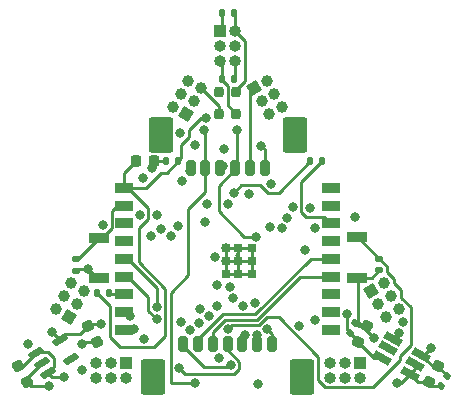
<source format=gbr>
%TF.GenerationSoftware,KiCad,Pcbnew,7.0.0-da2b9df05c~163~ubuntu22.04.1*%
%TF.CreationDate,2023-02-18T04:30:46+03:00*%
%TF.ProjectId,freeeeg16-alpha,66726565-6565-4673-9136-2d616c706861,rev?*%
%TF.SameCoordinates,Original*%
%TF.FileFunction,Copper,L1,Top*%
%TF.FilePolarity,Positive*%
%FSLAX46Y46*%
G04 Gerber Fmt 4.6, Leading zero omitted, Abs format (unit mm)*
G04 Created by KiCad (PCBNEW 7.0.0-da2b9df05c~163~ubuntu22.04.1) date 2023-02-18 04:30:46*
%MOMM*%
%LPD*%
G01*
G04 APERTURE LIST*
G04 Aperture macros list*
%AMRoundRect*
0 Rectangle with rounded corners*
0 $1 Rounding radius*
0 $2 $3 $4 $5 $6 $7 $8 $9 X,Y pos of 4 corners*
0 Add a 4 corners polygon primitive as box body*
4,1,4,$2,$3,$4,$5,$6,$7,$8,$9,$2,$3,0*
0 Add four circle primitives for the rounded corners*
1,1,$1+$1,$2,$3*
1,1,$1+$1,$4,$5*
1,1,$1+$1,$6,$7*
1,1,$1+$1,$8,$9*
0 Add four rect primitives between the rounded corners*
20,1,$1+$1,$2,$3,$4,$5,0*
20,1,$1+$1,$4,$5,$6,$7,0*
20,1,$1+$1,$6,$7,$8,$9,0*
20,1,$1+$1,$8,$9,$2,$3,0*%
%AMHorizOval*
0 Thick line with rounded ends*
0 $1 width*
0 $2 $3 position (X,Y) of the first rounded end (center of the circle)*
0 $4 $5 position (X,Y) of the second rounded end (center of the circle)*
0 Add line between two ends*
20,1,$1,$2,$3,$4,$5,0*
0 Add two circle primitives to create the rounded ends*
1,1,$1,$2,$3*
1,1,$1,$4,$5*%
%AMRotRect*
0 Rectangle, with rotation*
0 The origin of the aperture is its center*
0 $1 length*
0 $2 width*
0 $3 Rotation angle, in degrees counterclockwise*
0 Add horizontal line*
21,1,$1,$2,0,0,$3*%
G04 Aperture macros list end*
%TA.AperFunction,SMDPad,CuDef*%
%ADD10R,1.700000X0.900000*%
%TD*%
%TA.AperFunction,SMDPad,CuDef*%
%ADD11RoundRect,0.135000X0.135000X0.185000X-0.135000X0.185000X-0.135000X-0.185000X0.135000X-0.185000X0*%
%TD*%
%TA.AperFunction,SMDPad,CuDef*%
%ADD12RoundRect,0.140000X0.170000X-0.140000X0.170000X0.140000X-0.170000X0.140000X-0.170000X-0.140000X0*%
%TD*%
%TA.AperFunction,SMDPad,CuDef*%
%ADD13RoundRect,0.140000X0.140000X0.170000X-0.140000X0.170000X-0.140000X-0.170000X0.140000X-0.170000X0*%
%TD*%
%TA.AperFunction,SMDPad,CuDef*%
%ADD14RoundRect,0.225000X-0.225000X-0.250000X0.225000X-0.250000X0.225000X0.250000X-0.225000X0.250000X0*%
%TD*%
%TA.AperFunction,SMDPad,CuDef*%
%ADD15RoundRect,0.225000X-0.329006X0.069856X-0.104006X-0.319856X0.329006X-0.069856X0.104006X0.319856X0*%
%TD*%
%TA.AperFunction,SMDPad,CuDef*%
%ADD16RotRect,1.560000X0.650000X150.000000*%
%TD*%
%TA.AperFunction,SMDPad,CuDef*%
%ADD17RoundRect,0.225000X0.104006X-0.319856X0.329006X0.069856X-0.104006X0.319856X-0.329006X-0.069856X0*%
%TD*%
%TA.AperFunction,SMDPad,CuDef*%
%ADD18RoundRect,0.140000X-0.077224X0.206244X-0.217224X-0.036244X0.077224X-0.206244X0.217224X0.036244X0*%
%TD*%
%TA.AperFunction,ComponentPad*%
%ADD19R,1.000000X1.000000*%
%TD*%
%TA.AperFunction,ComponentPad*%
%ADD20O,1.000000X1.000000*%
%TD*%
%TA.AperFunction,SMDPad,CuDef*%
%ADD21RoundRect,0.135000X-0.135000X-0.185000X0.135000X-0.185000X0.135000X0.185000X-0.135000X0.185000X0*%
%TD*%
%TA.AperFunction,SMDPad,CuDef*%
%ADD22RoundRect,0.150000X-0.368838X-0.386154X0.518838X0.126346X0.368838X0.386154X-0.518838X-0.126346X0*%
%TD*%
%TA.AperFunction,SMDPad,CuDef*%
%ADD23RoundRect,0.140000X0.077224X-0.206244X0.217224X0.036244X-0.077224X0.206244X-0.217224X-0.036244X0*%
%TD*%
%TA.AperFunction,SMDPad,CuDef*%
%ADD24RoundRect,0.200000X-0.200000X-0.450000X0.200000X-0.450000X0.200000X0.450000X-0.200000X0.450000X0*%
%TD*%
%TA.AperFunction,SMDPad,CuDef*%
%ADD25RoundRect,0.250001X-0.799999X-1.249999X0.799999X-1.249999X0.799999X1.249999X-0.799999X1.249999X0*%
%TD*%
%TA.AperFunction,SMDPad,CuDef*%
%ADD26RoundRect,0.200000X0.200000X0.450000X-0.200000X0.450000X-0.200000X-0.450000X0.200000X-0.450000X0*%
%TD*%
%TA.AperFunction,SMDPad,CuDef*%
%ADD27RoundRect,0.250001X0.799999X1.249999X-0.799999X1.249999X-0.799999X-1.249999X0.799999X-1.249999X0*%
%TD*%
%TA.AperFunction,SMDPad,CuDef*%
%ADD28RoundRect,0.225000X-0.104006X0.319856X-0.329006X-0.069856X0.104006X-0.319856X0.329006X0.069856X0*%
%TD*%
%TA.AperFunction,SMDPad,CuDef*%
%ADD29RoundRect,0.200000X-0.200000X-0.250000X0.200000X-0.250000X0.200000X0.250000X-0.200000X0.250000X0*%
%TD*%
%TA.AperFunction,SMDPad,CuDef*%
%ADD30R,1.500000X0.900000*%
%TD*%
%TA.AperFunction,SMDPad,CuDef*%
%ADD31R,0.700000X0.700000*%
%TD*%
%TA.AperFunction,ComponentPad*%
%ADD32RotRect,1.000000X1.000000X210.000000*%
%TD*%
%TA.AperFunction,ComponentPad*%
%ADD33HorizOval,1.000000X0.000000X0.000000X0.000000X0.000000X0*%
%TD*%
%TA.AperFunction,ComponentPad*%
%ADD34HorizOval,1.000000X0.000000X0.000000X0.000000X0.000000X0*%
%TD*%
%TA.AperFunction,ComponentPad*%
%ADD35RotRect,1.000000X1.000000X330.000000*%
%TD*%
%TA.AperFunction,ViaPad*%
%ADD36C,0.800000*%
%TD*%
%TA.AperFunction,Conductor*%
%ADD37C,0.250000*%
%TD*%
G04 APERTURE END LIST*
D10*
%TO.P,SW4,1,1*%
%TO.N,3V3_2_GND*%
X-10921999Y-1875999D03*
%TO.P,SW4,2,2*%
%TO.N,RADIO_2_EN*%
X-10921999Y1523999D03*
%TD*%
%TO.P,SW3,2,2*%
%TO.N,RADIO_8_GPIO9*%
X10921999Y1572999D03*
%TO.P,SW3,1,1*%
%TO.N,3V3_2_GND*%
X10921999Y-1826999D03*
%TD*%
D11*
%TO.P,R9,1*%
%TO.N,RADIO_16_GPIO2*%
X8003000Y8001000D03*
%TO.P,R9,2*%
%TO.N,3V3_5_OUT*%
X6983000Y8001000D03*
%TD*%
%TO.P,R7,1*%
%TO.N,RADIO_7_GPIO8*%
X-10033000Y-3175000D03*
%TO.P,R7,2*%
%TO.N,3V3_5_OUT*%
X-11053000Y-3175000D03*
%TD*%
D12*
%TO.P,C41,1*%
%TO.N,3V3_2_GND*%
X12827000Y-1214000D03*
%TO.P,C41,2*%
%TO.N,RADIO_8_GPIO9*%
X12827000Y-254000D03*
%TD*%
%TO.P,C39,1*%
%TO.N,3V3_2_GND*%
X-12827000Y-1242000D03*
%TO.P,C39,2*%
%TO.N,RADIO_2_EN*%
X-12827000Y-282000D03*
%TD*%
D13*
%TO.P,C38,1*%
%TO.N,3V3_5_OUT*%
X-4219000Y8001000D03*
%TO.P,C38,2*%
%TO.N,3V3_2_GND*%
X-5179000Y8001000D03*
%TD*%
D14*
%TO.P,C37,1*%
%TO.N,3V3_5_OUT*%
X-7760000Y8001000D03*
%TO.P,C37,2*%
%TO.N,3V3_2_GND*%
X-6210000Y8001000D03*
%TD*%
D15*
%TO.P,C14,1*%
%TO.N,3V3_1_IN*%
X-17786500Y-9361830D03*
%TO.P,C14,2*%
%TO.N,3V3_2_GND*%
X-17011500Y-10704170D03*
%TD*%
%TO.P,C15,1*%
%TO.N,ACC_5_VDDIO*%
X-11817500Y-5932830D03*
%TO.P,C15,2*%
%TO.N,3V3_2_GND*%
X-11042500Y-7275170D03*
%TD*%
D16*
%TO.P,U13,1,GND*%
%TO.N,3V3_2_GND*%
X15426133Y-10006723D03*
%TO.P,U13,2,GND*%
X15901133Y-9183999D03*
%TO.P,U13,3,EN*%
%TO.N,ADC1_15_AVDD*%
X16376133Y-8361275D03*
%TO.P,U13,4,VIN*%
X14037865Y-7011275D03*
%TO.P,U13,5,NR*%
%TO.N,/vref1/5_NR*%
X13562865Y-7833999D03*
%TO.P,U13,6,VREF*%
%TO.N,ADC1_14_REFIN*%
X13087865Y-8656723D03*
%TD*%
D17*
%TO.P,C29,1*%
%TO.N,ADC1_14_REFIN*%
X11042500Y-7275170D03*
%TO.P,C29,2*%
%TO.N,3V3_2_GND*%
X11817500Y-5932830D03*
%TD*%
D18*
%TO.P,C26,1*%
%TO.N,ADC1_15_AVDD*%
X18553400Y-10150708D03*
%TO.P,C26,2*%
%TO.N,3V3_2_GND*%
X18073400Y-10982092D03*
%TD*%
D19*
%TO.P,J1,1,Pin_1*%
%TO.N,ACC_5_VDDIO*%
X-624999Y19054999D03*
D20*
%TO.P,J1,2,Pin_2*%
%TO.N,CRYSTAL_4_Vin*%
X644999Y19054999D03*
%TO.P,J1,3,Pin_3*%
%TO.N,MCU_18_PB0_ADC1_SYNC{slash}RESET*%
X-624999Y17784999D03*
%TO.P,J1,4,Pin_4*%
%TO.N,ADC1_16_SYNC{slash}RESET*%
X644999Y17784999D03*
%TO.P,J1,5,Pin_5*%
%TO.N,CRYSTAL_3_OUT*%
X-624999Y16514999D03*
%TO.P,J1,6,Pin_6*%
%TO.N,MCU_5_PDO0_RCC_OSC_IN*%
X644999Y16514999D03*
%TD*%
D21*
%TO.P,R4,1*%
%TO.N,CRYSTAL_3_OUT*%
X-510000Y14986000D03*
%TO.P,R4,2*%
%TO.N,MCU_5_PDO0_RCC_OSC_IN*%
X510000Y14986000D03*
%TD*%
D22*
%TO.P,U5,1,IN*%
%TO.N,3V3_1_IN*%
X-16192104Y-8255026D03*
%TO.P,U5,2,GND*%
%TO.N,3V3_2_GND*%
X-15717104Y-9077750D03*
%TO.P,U5,3,EN*%
%TO.N,3V3_1_IN*%
X-15242104Y-9900474D03*
%TO.P,U5,4,N/C*%
%TO.N,unconnected-(U5-N{slash}C-Pad4)*%
X-13271896Y-8762974D03*
%TO.P,U5,5,OUT*%
%TO.N,ACC_5_VDDIO*%
X-14221896Y-7117526D03*
%TD*%
D23*
%TO.P,C28,1*%
%TO.N,ADC1_14_REFIN*%
X10326400Y-6486292D03*
%TO.P,C28,2*%
%TO.N,3V3_2_GND*%
X10806400Y-5654908D03*
%TD*%
D24*
%TO.P,J5,1,Pin_1*%
%TO.N,3V3_2_GND*%
X-3750000Y-7471000D03*
%TO.P,J5,2,Pin_2*%
%TO.N,RADIO_14_GPIO19{slash}USB_D+*%
X-2500000Y-7471000D03*
%TO.P,J5,3,Pin_3*%
%TO.N,RADIO_13_GPIO18{slash}USB_D-*%
X-1250000Y-7471000D03*
%TO.P,J5,4,Pin_4*%
%TO.N,MCU_7_NRST*%
X0Y-7471000D03*
%TO.P,J5,5,Pin_5*%
%TO.N,MCU_34_PA13_SYS_JTMS-SWDIO*%
X1250000Y-7471000D03*
%TO.P,J5,6,Pin_6*%
%TO.N,MCU_37_PA14_SYS_JTCK-SWCLK*%
X2500000Y-7471000D03*
%TO.P,J5,7,Pin_7*%
%TO.N,MCU_38_PA15_SYS_JTDI*%
X3750000Y-7471000D03*
D25*
%TO.P,J5,MP*%
%TO.N,N/C*%
X-6300000Y-10221000D03*
X6300000Y-10221000D03*
%TD*%
D26*
%TO.P,J6,1,Pin_1*%
%TO.N,3V3_2_GND*%
X3125000Y7471000D03*
%TO.P,J6,2,Pin_2*%
%TO.N,ADC1_02_AIN2N*%
X1875000Y7471000D03*
%TO.P,J6,3,Pin_3*%
%TO.N,ADC1_16_SYNC{slash}RESET*%
X625000Y7471000D03*
%TO.P,J6,4,Pin_4*%
%TO.N,ADC1_14_REFIN*%
X-625000Y7471000D03*
%TO.P,J6,5,Pin_5*%
%TO.N,MCU_5_PDO0_RCC_OSC_IN*%
X-1875000Y7471000D03*
%TO.P,J6,6,Pin_6*%
%TO.N,3V3_1_IN*%
X-3125000Y7471000D03*
D27*
%TO.P,J6,MP*%
%TO.N,N/C*%
X5675000Y10221000D03*
X-5675000Y10221000D03*
%TD*%
D28*
%TO.P,C27,1*%
%TO.N,ADC1_15_AVDD*%
X17786500Y-9361830D03*
%TO.P,C27,2*%
%TO.N,3V3_2_GND*%
X17011500Y-10704170D03*
%TD*%
D21*
%TO.P,R1,1*%
%TO.N,ACC_5_VDDIO*%
X-492000Y20574000D03*
%TO.P,R1,2*%
%TO.N,CRYSTAL_4_Vin*%
X528000Y20574000D03*
%TD*%
D29*
%TO.P,U2,1,NC*%
%TO.N,/CRYSTAL/1_NC*%
X-725000Y13879000D03*
%TO.P,U2,2,GND*%
%TO.N,3V3_2_GND*%
X-725000Y12029000D03*
%TO.P,U2,3,OUT*%
%TO.N,CRYSTAL_3_OUT*%
X725000Y12029000D03*
%TO.P,U2,4,Vin*%
%TO.N,CRYSTAL_4_Vin*%
X725000Y13879000D03*
%TD*%
D30*
%TO.P,U9,1,3V3*%
%TO.N,3V3_5_OUT*%
X-8749999Y5749999D03*
%TO.P,U9,2,EN/CHIP_PU*%
%TO.N,RADIO_2_EN*%
X-8749999Y4249999D03*
%TO.P,U9,3,GPIO4/ADC1_CH4*%
%TO.N,/RADIO/3_GPIO4*%
X-8749999Y2749999D03*
%TO.P,U9,4,GPIO5/ADC2_CH0*%
%TO.N,/RADIO/4_GPIO5*%
X-8749999Y1249999D03*
%TO.P,U9,5,GPIO6*%
%TO.N,MCU_13_PA3_USART2_RX*%
X-8749999Y-249999D03*
%TO.P,U9,6,GPIO7*%
%TO.N,MCU_12_PA2_USART2_TX*%
X-8749999Y-1749999D03*
%TO.P,U9,7,GPIO8*%
%TO.N,RADIO_7_GPIO8*%
X-8749999Y-3249999D03*
%TO.P,U9,8,GPIO9*%
%TO.N,RADIO_8_GPIO9*%
X-8749999Y-4749999D03*
%TO.P,U9,9,GND*%
%TO.N,3V3_2_GND*%
X-8749999Y-6249999D03*
%TO.P,U9,10,GPIO10*%
%TO.N,/RADIO/10_GPIO10*%
X8749999Y-6249999D03*
%TO.P,U9,11,GPIO20/U0RXD*%
%TO.N,/RADIO/11_GPIO20*%
X8749999Y-4749999D03*
%TO.P,U9,12,GPIO21/U0TXD*%
%TO.N,/RADIO/12_GPIO21*%
X8749999Y-3249999D03*
%TO.P,U9,13,GPIO18/USB_D-*%
%TO.N,RADIO_13_GPIO18{slash}USB_D-*%
X8749999Y-1749999D03*
%TO.P,U9,14,GPIO19/USB_D+*%
%TO.N,RADIO_14_GPIO19{slash}USB_D+*%
X8749999Y-249999D03*
%TO.P,U9,15,GPIO3/ADC1_CH3*%
%TO.N,/RADIO/15_GPIO3*%
X8749999Y1249999D03*
%TO.P,U9,16,GPIO2/ADC1_CH2*%
%TO.N,RADIO_16_GPIO2*%
X8749999Y2749999D03*
%TO.P,U9,17,GPIO1/ADC1_CH1/XTAL_32K_N*%
%TO.N,/RADIO/17_GPIO1*%
X8749999Y4249999D03*
%TO.P,U9,18,GPIO0/ADC1_CH0/XTAL_32K_P*%
%TO.N,/RADIO/18_GPIO0*%
X8749999Y5749999D03*
D31*
%TO.P,U9,19,GND*%
%TO.N,3V3_2_GND*%
X-139999Y649999D03*
X-139999Y-449999D03*
X-139999Y-1549999D03*
X909999Y649999D03*
X909999Y-449999D03*
X909999Y-1549999D03*
X2059999Y649999D03*
X2059999Y-449999D03*
X2059999Y-1549999D03*
%TD*%
D19*
%TO.P,J29,1,Pin_1*%
%TO.N,ADC2_08_AIN5P*%
X11167947Y-9026999D03*
D20*
%TO.P,J29,2,Pin_2*%
X11167947Y-10296999D03*
%TO.P,J29,3,Pin_3*%
%TO.N,ADC2_09_AIN6P*%
X9897947Y-9026999D03*
%TO.P,J29,4,Pin_4*%
X9897947Y-10296999D03*
%TO.P,J29,5,Pin_5*%
%TO.N,ADC2_12_AIN7P*%
X8627947Y-9026999D03*
%TO.P,J29,6,Pin_6*%
X8627947Y-10296999D03*
%TD*%
D19*
%TO.P,J28,1,Pin_1*%
%TO.N,ADC1_29_AIN0P*%
X-8630999Y-9026999D03*
D20*
%TO.P,J28,2,Pin_2*%
X-8630999Y-10296999D03*
%TO.P,J28,3,Pin_3*%
%TO.N,ADC1_32_AIN1P*%
X-9900999Y-9026999D03*
%TO.P,J28,4,Pin_4*%
X-9900999Y-10296999D03*
%TO.P,J28,5,Pin_5*%
%TO.N,ADC1_01_AIN2P*%
X-11170999Y-9026999D03*
%TO.P,J28,6,Pin_6*%
X-11170999Y-10296999D03*
%TD*%
D32*
%TO.P,J31,1,Pin_1*%
%TO.N,ADC2_01_AIN2P*%
X12133110Y-2961164D03*
D33*
%TO.P,J31,2,Pin_2*%
X13232962Y-2326164D03*
%TO.P,J31,3,Pin_3*%
%TO.N,ADC2_04_AIN3P*%
X12768110Y-4061016D03*
%TO.P,J31,4,Pin_4*%
X13867962Y-3426016D03*
%TO.P,J31,5,Pin_5*%
%TO.N,ADC2_05_AIN4P*%
X13403110Y-5160869D03*
%TO.P,J31,6,Pin_6*%
X14502962Y-4525869D03*
%TD*%
D34*
%TO.P,J32,6,Pin_6*%
%TO.N,3V3_2_GND*%
X-3331963Y14822871D03*
%TO.P,J32,5,Pin_5*%
X-2232111Y14187871D03*
%TO.P,J32,4,Pin_4*%
%TO.N,ADC1_12_AIN7P*%
X-3966963Y13723018D03*
%TO.P,J32,3,Pin_3*%
X-2867111Y13088018D03*
%TO.P,J32,2,Pin_2*%
%TO.N,ADC1_09_AIN6P*%
X-4601963Y12623166D03*
D35*
%TO.P,J32,1,Pin_1*%
X-3502111Y11988166D03*
%TD*%
D32*
%TO.P,J33,1,Pin_1*%
%TO.N,ADC1_02_AIN2N*%
X2233636Y14185226D03*
D33*
%TO.P,J33,2,Pin_2*%
X3333488Y14820226D03*
%TO.P,J33,3,Pin_3*%
%TO.N,ADC2_29_AIN0P*%
X2868636Y13085374D03*
%TO.P,J33,4,Pin_4*%
X3968488Y13720374D03*
%TO.P,J33,5,Pin_5*%
%TO.N,ADC2_32_AIN1P*%
X3503636Y11985521D03*
%TO.P,J33,6,Pin_6*%
X4603488Y12620521D03*
%TD*%
D35*
%TO.P,J30,1,Pin_1*%
%TO.N,ADC1_04_AIN3P*%
X-13401585Y-5158224D03*
D34*
%TO.P,J30,2,Pin_2*%
X-14501437Y-4523224D03*
%TO.P,J30,3,Pin_3*%
%TO.N,ADC1_05_AIN4P*%
X-12766585Y-4058372D03*
%TO.P,J30,4,Pin_4*%
X-13866437Y-3423372D03*
%TO.P,J30,5,Pin_5*%
%TO.N,ADC1_08_AIN5P*%
X-12131585Y-2958519D03*
%TO.P,J30,6,Pin_6*%
X-13231437Y-2323519D03*
%TD*%
D36*
%TO.N,ADC1_15_AVDD*%
X17224809Y-7774246D03*
%TO.N,MCU_38_PA15_SYS_JTDI*%
X3349611Y-6218133D03*
%TO.N,RADIO_8_GPIO9*%
X0Y-6221500D03*
X-8255000Y-5080000D03*
%TO.N,3V3_2_GND*%
X-140000Y650000D03*
%TO.N,3V3_5_OUT*%
X508000Y5334000D03*
%TO.N,3V3_2_GND*%
X-7918578Y-6174332D03*
X-11811000Y-1115000D03*
%TO.N,3V3_1_IN*%
X-3167720Y7207999D03*
X-13843000Y-10287000D03*
X14823166Y-5607300D03*
%TO.N,ADC1_15_AVDD*%
X7397001Y2361000D03*
X-291500Y9054851D03*
X14493630Y-6550916D03*
%TO.N,ADC1_26_DVDD*%
X-1931445Y2902448D03*
X-12368202Y-9654691D03*
X6962270Y4038067D03*
%TO.N,ADC1_14_REFIN*%
X-3844068Y6384068D03*
X6566000Y508000D03*
X10099502Y-4953000D03*
X-380655Y7605455D03*
%TO.N,ACC_5_VDDIO*%
X-736730Y-8674000D03*
X-1089502Y-127000D03*
X-7114593Y-6992383D03*
X7390800Y-5422552D03*
X-14872119Y-6454277D03*
X-10695286Y-5777693D03*
X2551948Y-10809404D03*
%TO.N,ADC2_17_CS*%
X3570269Y2424987D03*
X-865846Y-2460352D03*
%TO.N,ADC1_02_AIN2N*%
X10796725Y3303725D03*
X-10581021Y2633053D03*
%TO.N,ADC1_16_SYNC{slash}RESET*%
X2390436Y1628436D03*
X768088Y10681980D03*
X-7142067Y6581825D03*
%TO.N,ADC1_17_CS*%
X-3941885Y-5617067D03*
X-6473054Y1654946D03*
%TO.N,ADC1_18_DRDY*%
X-6001569Y3429000D03*
X-893925Y-4243637D03*
%TO.N,ADC1_19_SCLK*%
X-3212280Y-6300406D03*
X-5659543Y2290577D03*
%TO.N,ADC1_23_XTAL1{slash}CLKIN*%
X2297730Y-3948731D03*
X3649502Y6107631D03*
X-1778000Y4357250D03*
%TO.N,3V3_2_GND*%
X-4025500Y10414000D03*
X14351000Y-10795000D03*
X-16891000Y-7493000D03*
X254000Y-9271000D03*
X-15113000Y-11030000D03*
X12383734Y-6967042D03*
X-7454453Y3456498D03*
X2859120Y9327522D03*
X1778000Y5207000D03*
X6036799Y-5901201D03*
X-140000Y-450002D03*
X-6409554Y7425554D03*
X-12293353Y-7429147D03*
%TO.N,3V3_5_OUT*%
X-1842809Y11647129D03*
%TO.N,MCU_7_NRST*%
X-4088500Y-9475223D03*
%TO.N,MCU_34_PA13_SYS_JTMS-SWDIO*%
X1443397Y-6693910D03*
%TO.N,MCU_37_PA14_SYS_JTCK-SWCLK*%
X2451107Y-6693500D03*
%TO.N,ADC1_20_DOUT*%
X-4775698Y1725873D03*
X-2408975Y-5714718D03*
%TO.N,ADC1_21_DIN*%
X-4210543Y2550255D03*
X-2342925Y-4465864D03*
%TO.N,ADC2_19_SCLK*%
X221983Y-2636152D03*
X4568319Y2371116D03*
%TO.N,ADC2_20_DOUT*%
X5048999Y3247444D03*
X470700Y-3604214D03*
%TO.N,ADC2_21_DIN*%
X5498500Y4140314D03*
X1332531Y-4208340D03*
%TO.N,MCU_5_PDO0_RCC_OSC_IN*%
X-2803543Y-10720500D03*
X-2032000Y10643086D03*
%TO.N,MCU_12_PA2_USART2_TX*%
X-5988782Y-5369279D03*
%TO.N,MCU_13_PA3_USART2_RX*%
X-5987001Y-4318000D03*
%TO.N,MCU_18_PB0_ADC1_SYNC{slash}RESET*%
X0Y4394498D03*
X-2794000Y9398000D03*
X-1572062Y-5102135D03*
%TD*%
D37*
%TO.N,RADIO_8_GPIO9*%
X14057963Y-1984438D02*
X14057963Y-2286000D01*
X15494000Y-4699000D02*
X15547666Y-4752666D01*
X2662083Y-5880356D02*
X341144Y-5880356D01*
X4318000Y-5207000D02*
X3335439Y-5207000D01*
X3335439Y-5207000D02*
X2662083Y-5880356D01*
%TO.N,ADC1_15_AVDD*%
X14493630Y-6555512D02*
X14493630Y-6550916D01*
%TO.N,RADIO_8_GPIO9*%
X13462000Y-1388475D02*
X14057963Y-1984438D01*
X12827000Y-254000D02*
X12834609Y-254000D01*
X341144Y-5880356D02*
X0Y-6221500D01*
X15494000Y-4350180D02*
X15494000Y-4699000D01*
%TO.N,ADC1_15_AVDD*%
X14037866Y-7011276D02*
X14493630Y-6555512D01*
%TO.N,RADIO_8_GPIO9*%
X14057963Y-2286000D02*
X14692963Y-2921000D01*
X14605000Y-8488332D02*
X14605000Y-8783668D01*
X12834609Y-254000D02*
X13462000Y-881391D01*
X13462000Y-881391D02*
X13462000Y-1388475D01*
X14692963Y-2921000D02*
X14692963Y-3549143D01*
X14692963Y-3549143D02*
X15494000Y-4350180D01*
X15547666Y-4752666D02*
X15547666Y-7545666D01*
X15547666Y-7545666D02*
X14605000Y-8488332D01*
X14605000Y-8783668D02*
X12266668Y-11122000D01*
X7675000Y-8564000D02*
X4318000Y-5207000D01*
X12266668Y-11122000D02*
X8286221Y-11122000D01*
X8286221Y-11122000D02*
X7675000Y-10510779D01*
X7675000Y-10510779D02*
X7675000Y-8564000D01*
%TO.N,ADC1_15_AVDD*%
X16376134Y-8361276D02*
X16637779Y-8361276D01*
X16637779Y-8361276D02*
X17224809Y-7774246D01*
%TO.N,RADIO_14_GPIO19{slash}USB_D+*%
X7021059Y-250000D02*
X8750000Y-250000D01*
X-2500000Y-7471000D02*
X-2500000Y-7054671D01*
%TO.N,RADIO_13_GPIO18{slash}USB_D-*%
X-1250000Y-6440361D02*
X-1250000Y-7471000D01*
X-202138Y-5392499D02*
X-1250000Y-6440361D01*
%TO.N,RADIO_14_GPIO19{slash}USB_D+*%
X-388327Y-4942998D02*
X2328061Y-4942998D01*
%TO.N,RADIO_13_GPIO18{slash}USB_D-*%
X8750000Y-1750000D02*
X6156749Y-1750000D01*
%TO.N,RADIO_14_GPIO19{slash}USB_D+*%
X-2500000Y-7054671D02*
X-388327Y-4942998D01*
X2328061Y-4942998D02*
X7021059Y-250000D01*
%TO.N,RADIO_13_GPIO18{slash}USB_D-*%
X6156749Y-1750000D02*
X2514250Y-5392499D01*
X2514250Y-5392499D02*
X-202138Y-5392499D01*
%TO.N,MCU_38_PA15_SYS_JTDI*%
X3750000Y-6618522D02*
X3349611Y-6218133D01*
X3750000Y-7471000D02*
X3750000Y-6618522D01*
%TO.N,MCU_34_PA13_SYS_JTMS-SWDIO*%
X1250000Y-6887307D02*
X1443397Y-6693910D01*
%TO.N,MCU_37_PA14_SYS_JTCK-SWCLK*%
X2500000Y-6742393D02*
X2451107Y-6693500D01*
X2500000Y-7471000D02*
X2500000Y-6742393D01*
%TO.N,MCU_34_PA13_SYS_JTMS-SWDIO*%
X1250000Y-7471000D02*
X1250000Y-6887307D01*
%TO.N,3V3_5_OUT*%
X-5275501Y-6809298D02*
X-6217114Y-7750911D01*
%TO.N,MCU_12_PA2_USART2_TX*%
X-8450000Y-1750000D02*
X-6711501Y-3488499D01*
%TO.N,3V3_5_OUT*%
X-9099089Y-7750911D02*
X-9970286Y-6879714D01*
%TO.N,MCU_12_PA2_USART2_TX*%
X-6711501Y-4646560D02*
X-5988782Y-5369279D01*
X-8750000Y-1750000D02*
X-8450000Y-1750000D01*
%TO.N,3V3_5_OUT*%
X-8450000Y5750000D02*
X-6729453Y4029453D01*
X-9970286Y-4257714D02*
X-11053000Y-3175000D01*
X-9970286Y-6879714D02*
X-9970286Y-4257714D01*
X-5275501Y-5685667D02*
X-5275501Y-6809298D01*
%TO.N,3V3_2_GND*%
X-7994246Y-6250000D02*
X-7918578Y-6174332D01*
X-8750000Y-6250000D02*
X-7994246Y-6250000D01*
%TO.N,3V3_5_OUT*%
X-8750000Y5750000D02*
X-8450000Y5750000D01*
X-5262501Y-5672667D02*
X-5275501Y-5685667D01*
X-5262501Y-2801305D02*
X-5262501Y-5672667D01*
X-7519295Y-544511D02*
X-5262501Y-2801305D01*
X-7519295Y2366351D02*
X-7519295Y-544511D01*
X-6217114Y-7750911D02*
X-9099089Y-7750911D01*
X-6729453Y3156193D02*
X-7519295Y2366351D01*
%TO.N,MCU_12_PA2_USART2_TX*%
X-6711501Y-3488499D02*
X-6711501Y-4646560D01*
%TO.N,3V3_5_OUT*%
X-6729453Y4029453D02*
X-6729453Y3156193D01*
%TO.N,ACC_5_VDDIO*%
X-11662363Y-5777693D02*
X-11817500Y-5932830D01*
X-10695286Y-5777693D02*
X-11662363Y-5777693D01*
%TO.N,RADIO_8_GPIO9*%
X-8750000Y-4750000D02*
X-8585000Y-4750000D01*
X-8585000Y-4750000D02*
X-8255000Y-5080000D01*
%TO.N,3V3_2_GND*%
X-127000Y-437002D02*
X-140000Y-450002D01*
X-127000Y635000D02*
X-127000Y-437002D01*
X-140000Y-450000D02*
X-140000Y-450002D01*
%TO.N,ADC1_16_SYNC{slash}RESET*%
X-762000Y3810000D02*
X1419564Y1628436D01*
X-762000Y5941538D02*
X-762000Y3810000D01*
X625000Y7328538D02*
X-762000Y5941538D01*
X1419564Y1628436D02*
X2390436Y1628436D01*
X625000Y7471000D02*
X625000Y7328538D01*
%TO.N,MCU_13_PA3_USART2_RX*%
X-8750000Y-250000D02*
X-8450000Y-250000D01*
X-5987001Y-2712999D02*
X-5987001Y-4318000D01*
%TO.N,MCU_5_PDO0_RCC_OSC_IN*%
X-1875000Y5410813D02*
X-3344309Y3941504D01*
%TO.N,MCU_13_PA3_USART2_RX*%
X-8450000Y-250000D02*
X-5987001Y-2712999D01*
%TO.N,MCU_5_PDO0_RCC_OSC_IN*%
X-1875000Y7471000D02*
X-1875000Y5410813D01*
X-3344309Y3941504D02*
X-3344309Y-1651000D01*
X-3344309Y-1651000D02*
X-4813000Y-3119691D01*
X-4773500Y-10720500D02*
X-2803543Y-10720500D01*
X-4813000Y-3119691D02*
X-4813000Y-10681000D01*
X-4813000Y-10681000D02*
X-4773500Y-10720500D01*
%TO.N,3V3_5_OUT*%
X508000Y5334000D02*
X1143000Y5969000D01*
X1143000Y5969000D02*
X2762828Y5969000D01*
X2762828Y5969000D02*
X3397828Y5334000D01*
X3397828Y5334000D02*
X4316000Y5334000D01*
X4316000Y5334000D02*
X6983000Y8001000D01*
%TO.N,RADIO_16_GPIO2*%
X8750000Y2750000D02*
X8186933Y3313067D01*
X8186933Y3313067D02*
X6661965Y3313067D01*
X6661965Y3313067D02*
X6237270Y3737762D01*
X6237270Y3737762D02*
X6237270Y6235270D01*
X6237270Y6235270D02*
X8003000Y8001000D01*
%TO.N,3V3_2_GND*%
X-5179000Y8001000D02*
X-6210000Y8001000D01*
%TO.N,3V3_5_OUT*%
X-6949293Y5750000D02*
X-5651146Y7048146D01*
X-3937000Y9398000D02*
X-3238500Y10096500D01*
X-5651146Y7048146D02*
X-5164245Y7048146D01*
X-5164245Y7048146D02*
X-3937000Y8275391D01*
X-3937000Y8275391D02*
X-3937000Y9398000D01*
%TO.N,3V3_2_GND*%
X-12827000Y-1115000D02*
X-11811000Y-1115000D01*
X-10922000Y-1876000D02*
X-11050000Y-1876000D01*
X-11050000Y-1876000D02*
X-11811000Y-1115000D01*
X10922000Y-1827000D02*
X12214000Y-1827000D01*
X12214000Y-1827000D02*
X12827000Y-1214000D01*
%TO.N,RADIO_8_GPIO9*%
X10922000Y1573000D02*
X11000000Y1573000D01*
X11000000Y1573000D02*
X12827000Y-254000D01*
%TO.N,RADIO_2_EN*%
X-10922000Y1524000D02*
X-12601000Y-155000D01*
X-12601000Y-155000D02*
X-12827000Y-155000D01*
%TO.N,RADIO_7_GPIO8*%
X-8750000Y-3250000D02*
X-9958000Y-3250000D01*
X-9958000Y-3250000D02*
X-10033000Y-3175000D01*
%TO.N,RADIO_2_EN*%
X-10922000Y1524000D02*
X-10664769Y1524000D01*
X-9825000Y3764000D02*
X-9339000Y4250000D01*
X-10664769Y1524000D02*
X-9825000Y2363769D01*
X-9825000Y2363769D02*
X-9825000Y3764000D01*
X-9339000Y4250000D02*
X-8750000Y4250000D01*
%TO.N,3V3_2_GND*%
X11049000Y-2032000D02*
X11049000Y-5632308D01*
X11049000Y-5632308D02*
X12383734Y-6967042D01*
%TO.N,3V3_5_OUT*%
X-8750000Y5750000D02*
X-6949293Y5750000D01*
X-8750000Y5750000D02*
X-8750000Y7011000D01*
X-8750000Y7011000D02*
X-7760000Y8001000D01*
%TO.N,3V3_1_IN*%
X-3125000Y7250719D02*
X-3167720Y7207999D01*
X-17786500Y-9361830D02*
X-17298908Y-9361830D01*
X-16065078Y-8128000D02*
X-16192104Y-8255026D01*
X-17298908Y-9361830D02*
X-16192104Y-8255026D01*
X-14724617Y-9382987D02*
X-14724617Y-9018979D01*
X-3125000Y7471000D02*
X-3125000Y7250719D01*
X-14688528Y-8679472D02*
X-15240000Y-8128000D01*
X-14688528Y-8884295D02*
X-14688528Y-8679472D01*
X-14855578Y-10287000D02*
X-15242104Y-9900474D01*
X-15240000Y-8128000D02*
X-16065078Y-8128000D01*
X-14724617Y-9018979D02*
X-14688528Y-8884295D01*
X-15242104Y-9900474D02*
X-14724617Y-9382987D01*
X-13843000Y-10287000D02*
X-14855578Y-10287000D01*
%TO.N,ADC1_15_AVDD*%
X17786500Y-9361830D02*
X17376688Y-9361830D01*
X18553400Y-10128730D02*
X17786500Y-9361830D01*
X18553400Y-10150708D02*
X18553400Y-10128730D01*
X17376688Y-9361830D02*
X16376134Y-8361276D01*
%TO.N,ADC1_14_REFIN*%
X-625000Y7328538D02*
X-625000Y7471000D01*
X-625000Y7471000D02*
X-490545Y7605455D01*
X11042500Y-7202392D02*
X10326400Y-6486292D01*
X11042500Y-7275170D02*
X11042500Y-7202392D01*
X10326400Y-6486292D02*
X10099502Y-6259394D01*
X13087866Y-8656724D02*
X12424054Y-8656724D01*
X12424054Y-8656724D02*
X11042500Y-7275170D01*
X10099502Y-6259394D02*
X10099502Y-4953000D01*
X-490545Y7605455D02*
X-380655Y7605455D01*
%TO.N,CRYSTAL_3_OUT*%
X-510000Y14986000D02*
X-510000Y16400000D01*
X0Y14351000D02*
X0Y12754000D01*
X-510000Y14986000D02*
X-510000Y14861000D01*
X-510000Y14861000D02*
X0Y14351000D01*
X0Y12754000D02*
X725000Y12029000D01*
X-510000Y16400000D02*
X-625000Y16515000D01*
%TO.N,ACC_5_VDDIO*%
X-14872119Y-6454277D02*
X-14872119Y-6467303D01*
X-13745870Y-6641500D02*
X-12526170Y-6641500D01*
X-492000Y19188000D02*
X-625000Y19055000D01*
X-492000Y20574000D02*
X-492000Y19188000D01*
X-14221896Y-7117526D02*
X-13745870Y-6641500D01*
X-14872119Y-6467303D02*
X-14221896Y-7117526D01*
X-12526170Y-6641500D02*
X-11817500Y-5932830D01*
%TO.N,CRYSTAL_4_Vin*%
X1470000Y18230000D02*
X1470000Y14805000D01*
X1470000Y14805000D02*
X725000Y14060000D01*
X645000Y19055000D02*
X645000Y20457000D01*
X645000Y19055000D02*
X1470000Y18230000D01*
X725000Y14060000D02*
X725000Y13879000D01*
X645000Y20457000D02*
X528000Y20574000D01*
%TO.N,ADC1_02_AIN2N*%
X1875000Y7471000D02*
X1875000Y13826590D01*
X1875000Y13826590D02*
X2233637Y14185227D01*
%TO.N,ADC1_16_SYNC{slash}RESET*%
X625000Y7471000D02*
X768088Y7614088D01*
X768088Y7614088D02*
X768088Y10681980D01*
%TO.N,3V3_2_GND*%
X-16685670Y-11030000D02*
X-15113000Y-11030000D01*
X-11042500Y-7275170D02*
X-12139376Y-7275170D01*
X910000Y-1550000D02*
X-140000Y-1550000D01*
X-15717104Y-9077750D02*
X-17011500Y-10372146D01*
X14637858Y-10795000D02*
X15426134Y-10006724D01*
X11817500Y-6400808D02*
X12383734Y-6967042D01*
X-17011500Y-10372146D02*
X-17011500Y-10704170D01*
X910000Y-450000D02*
X910000Y650000D01*
X2060000Y650000D02*
X910000Y650000D01*
X-15452720Y-9077750D02*
X-15717104Y-9077750D01*
X3125000Y9061642D02*
X2859120Y9327522D01*
X-725000Y12680760D02*
X-725000Y12029000D01*
X-1964962Y-9398500D02*
X126500Y-9398500D01*
X-140000Y650000D02*
X-140000Y648000D01*
X2060000Y-1550000D02*
X2060000Y-450000D01*
X910000Y650000D02*
X910000Y271042D01*
X11817500Y-5932830D02*
X11817500Y-6400808D01*
X-140000Y648000D02*
X-127000Y635000D01*
X910000Y271042D02*
X700479Y61521D01*
X16123580Y-10704170D02*
X15426134Y-10006724D01*
X126500Y-9398500D02*
X254000Y-9271000D01*
X910000Y-1550000D02*
X910000Y-450000D01*
X17289422Y-10982092D02*
X17011500Y-10704170D01*
X910000Y650000D02*
X-112000Y650000D01*
X17011500Y-10704170D02*
X16123580Y-10704170D01*
X2060000Y-450000D02*
X2060000Y650000D01*
X15901134Y-9184000D02*
X15901134Y-9531724D01*
X-3750000Y-7471000D02*
X-3750000Y-7613462D01*
X2060000Y-1550000D02*
X910000Y-1550000D01*
X-3750000Y-7613462D02*
X-1964962Y-9398500D01*
X-140000Y-1550000D02*
X-140000Y-450000D01*
X14351000Y-10795000D02*
X14637858Y-10795000D01*
X910000Y-450000D02*
X-140000Y-450000D01*
X-112000Y650000D02*
X-127000Y635000D01*
X-3750000Y-7471000D02*
X-3750000Y-6925000D01*
X3125000Y7471000D02*
X3125000Y9061642D01*
X-17011500Y-10704170D02*
X-16685670Y-11030000D01*
X-12139376Y-7275170D02*
X-12293353Y-7429147D01*
X15901134Y-9531724D02*
X15426134Y-10006724D01*
X11084322Y-5932830D02*
X10806400Y-5654908D01*
X11817500Y-5932830D02*
X11084322Y-5932830D01*
X-2232112Y14187872D02*
X-725000Y12680760D01*
X2060000Y-450000D02*
X910000Y-450000D01*
X18073400Y-10982092D02*
X17289422Y-10982092D01*
%TO.N,3V3_5_OUT*%
X-2223049Y11647129D02*
X-1842809Y11647129D01*
X-8750000Y5750000D02*
X-8599069Y5599069D01*
X-3238500Y10096500D02*
X-3238500Y10631678D01*
X-3238500Y10631678D02*
X-2223049Y11647129D01*
%TO.N,MCU_7_NRST*%
X0Y-7991695D02*
X979000Y-8970695D01*
X-3567723Y-9996000D02*
X-4088500Y-9475223D01*
X554305Y-9996000D02*
X-3567723Y-9996000D01*
X979000Y-8970695D02*
X979000Y-9571305D01*
X979000Y-9571305D02*
X554305Y-9996000D01*
X0Y-7471000D02*
X0Y-7991695D01*
%TO.N,MCU_5_PDO0_RCC_OSC_IN*%
X645000Y15121000D02*
X510000Y14986000D01*
X-1875000Y7471000D02*
X-1875000Y10486086D01*
X645000Y16515000D02*
X645000Y15121000D01*
X-1875000Y10486086D02*
X-2032000Y10643086D01*
%TD*%
M02*

</source>
